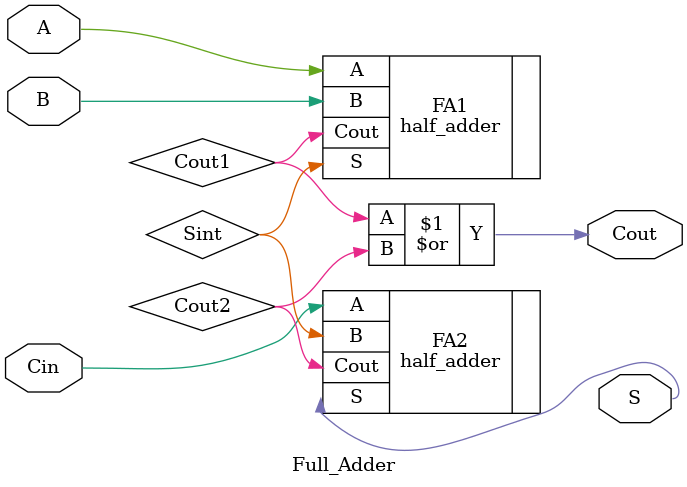
<source format=sv>
`timescale 1ns / 1ps


module Full_Adder(
	input A,
	input B,
	input  Cin,
	output S,
	output  Cout
	);
	
	logic Sint, Cout1, Cout2;

	half_adder FA1(
	   .A(A),
	   .B(B),
	   .S(Sint),
	   .Cout(Cout1));
	
	half_adder FA2(
	   .A(Cin),
	   .B(Sint),
	   .S(S),
	   .Cout(Cout2));
	   
	or (Cout, Cout1, Cout2);
	
endmodule

</source>
